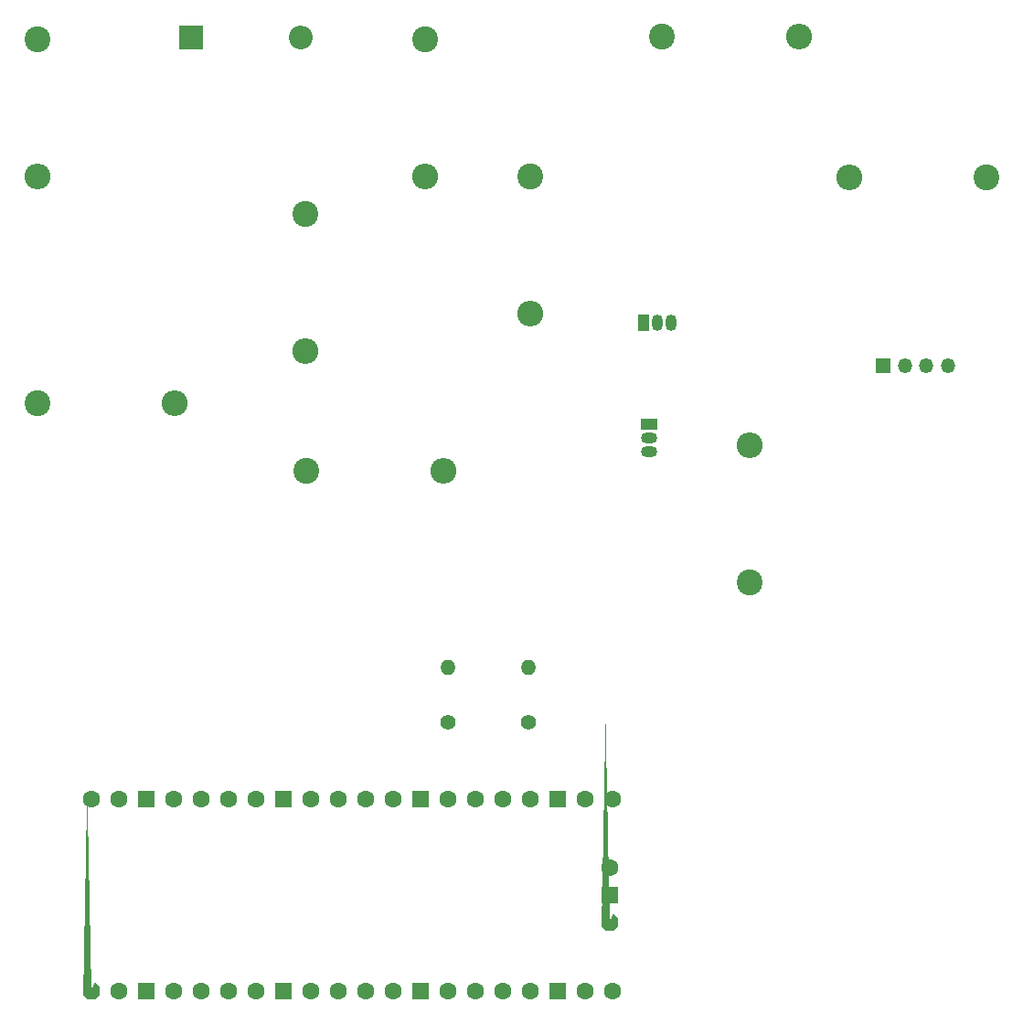
<source format=gbr>
%TF.GenerationSoftware,KiCad,Pcbnew,7.0.1*%
%TF.CreationDate,2023-06-06T10:46:51-05:00*%
%TF.ProjectId,simulacion_Carro,73696d75-6c61-4636-996f-6e5f43617272,rev?*%
%TF.SameCoordinates,Original*%
%TF.FileFunction,Copper,L2,Bot*%
%TF.FilePolarity,Positive*%
%FSLAX46Y46*%
G04 Gerber Fmt 4.6, Leading zero omitted, Abs format (unit mm)*
G04 Created by KiCad (PCBNEW 7.0.1) date 2023-06-06 10:46:51*
%MOMM*%
%LPD*%
G01*
G04 APERTURE LIST*
G04 Aperture macros list*
%AMRoundRect*
0 Rectangle with rounded corners*
0 $1 Rounding radius*
0 $2 $3 $4 $5 $6 $7 $8 $9 X,Y pos of 4 corners*
0 Add a 4 corners polygon primitive as box body*
4,1,4,$2,$3,$4,$5,$6,$7,$8,$9,$2,$3,0*
0 Add four circle primitives for the rounded corners*
1,1,$1+$1,$2,$3*
1,1,$1+$1,$4,$5*
1,1,$1+$1,$6,$7*
1,1,$1+$1,$8,$9*
0 Add four rect primitives between the rounded corners*
20,1,$1+$1,$2,$3,$4,$5,0*
20,1,$1+$1,$4,$5,$6,$7,0*
20,1,$1+$1,$6,$7,$8,$9,0*
20,1,$1+$1,$8,$9,$2,$3,0*%
%AMFreePoly0*
4,1,58,0.281242,0.792533,0.314585,0.788777,0.324216,0.782725,0.335306,0.780194,0.361541,0.759271,0.389950,0.741421,0.741421,0.389950,0.759271,0.361541,0.780194,0.335306,0.782725,0.324216,0.788777,0.314585,0.792533,0.281242,0.800000,0.248529,0.800000,-0.248529,0.792533,-0.281242,0.788777,-0.314585,0.782725,-0.324216,0.780194,-0.335306,0.759271,-0.361541,0.741421,-0.389950,
0.389950,-0.741421,0.361541,-0.759271,0.335306,-0.780194,0.324216,-0.782725,0.314585,-0.788777,0.281242,-0.792533,0.248529,-0.800000,0.000000,-0.800000,-0.248529,-0.800000,-0.281242,-0.792533,-0.314585,-0.788777,-0.324216,-0.782725,-0.335306,-0.780194,-0.361541,-0.759271,-0.389950,-0.741421,-0.741421,-0.389950,-0.759271,-0.361541,-0.780194,-0.335306,-0.782725,-0.324216,-0.788777,-0.314585,
-0.792533,-0.281242,-0.800000,-0.248529,-0.800000,0.248529,-0.792533,0.281242,-0.788777,0.314585,-0.782725,0.324216,-0.780194,0.335306,-0.759271,0.361541,-0.741421,0.389950,-0.389950,0.741421,-0.361541,0.759271,-0.335306,0.780194,-0.324216,0.782725,-0.314585,0.788777,-0.281242,0.792533,-0.248529,0.800000,0.248529,0.800000,0.281242,0.792533,0.281242,0.792533,$1*%
G04 Aperture macros list end*
%TA.AperFunction,ComponentPad*%
%ADD10C,1.400000*%
%TD*%
%TA.AperFunction,ComponentPad*%
%ADD11O,1.400000X1.400000*%
%TD*%
%TA.AperFunction,ComponentPad*%
%ADD12C,2.400000*%
%TD*%
%TA.AperFunction,ComponentPad*%
%ADD13O,2.400000X2.400000*%
%TD*%
%TA.AperFunction,ComponentPad*%
%ADD14R,1.350000X1.350000*%
%TD*%
%TA.AperFunction,ComponentPad*%
%ADD15O,1.350000X1.350000*%
%TD*%
%TA.AperFunction,ComponentPad*%
%ADD16R,2.200000X2.200000*%
%TD*%
%TA.AperFunction,ComponentPad*%
%ADD17O,2.200000X2.200000*%
%TD*%
%TA.AperFunction,ComponentPad*%
%ADD18R,1.050000X1.500000*%
%TD*%
%TA.AperFunction,ComponentPad*%
%ADD19O,1.050000X1.500000*%
%TD*%
%TA.AperFunction,ComponentPad*%
%ADD20R,1.500000X1.050000*%
%TD*%
%TA.AperFunction,ComponentPad*%
%ADD21O,1.500000X1.050000*%
%TD*%
%TA.AperFunction,ComponentPad*%
%ADD22C,1.600000*%
%TD*%
%TA.AperFunction,ComponentPad*%
%ADD23RoundRect,0.200000X0.600000X-0.600000X0.600000X0.600000X-0.600000X0.600000X-0.600000X-0.600000X0*%
%TD*%
%TA.AperFunction,ComponentPad*%
%ADD24FreePoly0,90.000000*%
%TD*%
%TA.AperFunction,Conductor*%
%ADD25C,0.600000*%
%TD*%
G04 APERTURE END LIST*
D10*
%TO.P,R11,1*%
%TO.N,Net-(A1-GPIO21)*%
X148056600Y-118287800D03*
D11*
%TO.P,R11,2*%
%TO.N,+5V*%
X148056600Y-113207800D03*
%TD*%
D10*
%TO.P,R10,1*%
%TO.N,Net-(A1-GPIO19)*%
X155524200Y-118287800D03*
D11*
%TO.P,R10,2*%
%TO.N,+5V*%
X155524200Y-113207800D03*
%TD*%
D12*
%TO.P,R4,1*%
%TO.N,pilot_in_carg*%
X167919400Y-54864000D03*
D13*
%TO.P,R4,2*%
%TO.N,Net-(Q2-C)*%
X180619400Y-54864000D03*
%TD*%
D12*
%TO.P,R6,1*%
%TO.N,Net-(R6-Pad1)*%
X135001000Y-95021400D03*
D13*
%TO.P,R6,2*%
%TO.N,Net-(Q3-C)*%
X147701000Y-95021400D03*
%TD*%
D14*
%TO.P,J1,1,Pin_1*%
%TO.N,GND*%
X188386200Y-85293200D03*
D15*
%TO.P,J1,2,Pin_2*%
%TO.N,+3.3V*%
X190386200Y-85293200D03*
%TO.P,J1,3,Pin_3*%
%TO.N,SDA*%
X192386200Y-85293200D03*
%TO.P,J1,4,Pin_4*%
%TO.N,CLK*%
X194386200Y-85293200D03*
%TD*%
D12*
%TO.P,R9,1*%
%TO.N,Net-(R2-Pad2)*%
X155702000Y-67767200D03*
D13*
%TO.P,R9,2*%
%TO.N,GND*%
X155702000Y-80467200D03*
%TD*%
D12*
%TO.P,R1,1*%
%TO.N,Net-(D1-K)*%
X110058200Y-55041800D03*
D13*
%TO.P,R1,2*%
%TO.N,/micro/pilot_micro*%
X110058200Y-67741800D03*
%TD*%
D16*
%TO.P,D1,1,K*%
%TO.N,Net-(D1-K)*%
X124333000Y-54914800D03*
D17*
%TO.P,D1,2,A*%
%TO.N,pilot_in_carg*%
X134493000Y-54914800D03*
%TD*%
D12*
%TO.P,R7,1*%
%TO.N,/micro/pilot_micro*%
X110109000Y-88747600D03*
D13*
%TO.P,R7,2*%
%TO.N,GND*%
X122809000Y-88747600D03*
%TD*%
D18*
%TO.P,Q2,1,E*%
%TO.N,GND*%
X166243000Y-81305400D03*
D19*
%TO.P,Q2,2,B*%
%TO.N,Net-(Q2-B)*%
X167513000Y-81305400D03*
%TO.P,Q2,3,C*%
%TO.N,Net-(Q2-C)*%
X168783000Y-81305400D03*
%TD*%
D12*
%TO.P,R8,1*%
%TO.N,pilot_in_carg*%
X134874000Y-71221600D03*
D13*
%TO.P,R8,2*%
%TO.N,Net-(R6-Pad1)*%
X134874000Y-83921600D03*
%TD*%
D12*
%TO.P,R3,1*%
%TO.N,/micro/pwm1*%
X197916800Y-67843400D03*
D13*
%TO.P,R3,2*%
%TO.N,Net-(Q2-B)*%
X185216800Y-67843400D03*
%TD*%
D12*
%TO.P,R5,1*%
%TO.N,/micro/pwm2*%
X175996600Y-105384600D03*
D13*
%TO.P,R5,2*%
%TO.N,Net-(Q3-B)*%
X175996600Y-92684600D03*
%TD*%
D20*
%TO.P,Q3,1,E*%
%TO.N,GND*%
X166674800Y-90754200D03*
D21*
%TO.P,Q3,2,B*%
%TO.N,Net-(Q3-B)*%
X166674800Y-92024200D03*
%TO.P,Q3,3,C*%
%TO.N,Net-(Q3-C)*%
X166674800Y-93294200D03*
%TD*%
D12*
%TO.P,R2,1*%
%TO.N,pilot_in_carg*%
X145973800Y-55041800D03*
D13*
%TO.P,R2,2*%
%TO.N,Net-(R2-Pad2)*%
X145973800Y-67741800D03*
%TD*%
D22*
%TO.P,A1,43,SWDIO*%
%TO.N,unconnected-(A1-SWDIO-Pad43)*%
X163092000Y-131775000D03*
D23*
%TO.P,A1,42,SWGND*%
%TO.N,GND*%
X163092000Y-134315000D03*
D24*
%TO.P,A1,41,SWCLK*%
%TO.N,unconnected-(A1-SWCLK-Pad41)*%
X163092000Y-136855000D03*
D22*
%TO.P,A1,40,VBUS*%
%TO.N,unconnected-(A1-VBUS-Pad40)*%
X115062000Y-125425000D03*
%TO.P,A1,39,VSYS*%
%TO.N,+5V*%
X117602000Y-125425000D03*
D23*
%TO.P,A1,38,GND*%
%TO.N,GND*%
X120142000Y-125425000D03*
D22*
%TO.P,A1,37,3V3_EN*%
%TO.N,unconnected-(A1-3V3_EN-Pad37)*%
X122682000Y-125425000D03*
%TO.P,A1,36,3V3*%
%TO.N,unconnected-(A1-3V3-Pad36)*%
X125222000Y-125425000D03*
%TO.P,A1,35,ADC_VREF*%
%TO.N,unconnected-(A1-ADC_VREF-Pad35)*%
X127762000Y-125425000D03*
%TO.P,A1,34,GPIO28_ADC2*%
%TO.N,unconnected-(A1-GPIO28_ADC2-Pad34)*%
X130302000Y-125425000D03*
D23*
%TO.P,A1,33,AGND*%
%TO.N,GND*%
X132842000Y-125425000D03*
D22*
%TO.P,A1,32,GPIO27_ADC1*%
%TO.N,/micro/pilot_micro*%
X135382000Y-125425000D03*
%TO.P,A1,31,GPIO26_ADC0*%
%TO.N,unconnected-(A1-GPIO26_ADC0-Pad31)*%
X137922000Y-125425000D03*
%TO.P,A1,30,RUN*%
%TO.N,unconnected-(A1-RUN-Pad30)*%
X140462000Y-125425000D03*
%TO.P,A1,29,GPIO22*%
%TO.N,unconnected-(A1-GPIO22-Pad29)*%
X143002000Y-125425000D03*
D23*
%TO.P,A1,28,GND*%
%TO.N,GND*%
X145542000Y-125425000D03*
D22*
%TO.P,A1,27,GPIO21*%
%TO.N,Net-(A1-GPIO21)*%
X148082000Y-125425000D03*
%TO.P,A1,26,GPIO20*%
%TO.N,unconnected-(A1-GPIO20-Pad26)*%
X150622000Y-125425000D03*
%TO.P,A1,25,GPIO19*%
%TO.N,Net-(A1-GPIO19)*%
X153162000Y-125425000D03*
%TO.P,A1,24,GPIO18*%
%TO.N,unconnected-(A1-GPIO18-Pad24)*%
X155702000Y-125425000D03*
D23*
%TO.P,A1,23,GND*%
%TO.N,GND*%
X158242000Y-125425000D03*
D22*
%TO.P,A1,22,GPIO17*%
%TO.N,unconnected-(A1-GPIO17-Pad22)*%
X160782000Y-125425000D03*
%TO.P,A1,21,GPIO16*%
%TO.N,unconnected-(A1-GPIO16-Pad21)*%
X163322000Y-125425000D03*
%TO.P,A1,20,GPIO15*%
%TO.N,/micro/pwm2*%
X163322000Y-143205000D03*
%TO.P,A1,19,GPIO14*%
%TO.N,/micro/pwm1*%
X160782000Y-143205000D03*
D23*
%TO.P,A1,18,GND*%
%TO.N,GND*%
X158242000Y-143205000D03*
D22*
%TO.P,A1,17,GPIO13*%
%TO.N,unconnected-(A1-GPIO13-Pad17)*%
X155702000Y-143205000D03*
%TO.P,A1,16,GPIO12*%
%TO.N,unconnected-(A1-GPIO12-Pad16)*%
X153162000Y-143205000D03*
%TO.P,A1,15,GPIO11*%
%TO.N,unconnected-(A1-GPIO11-Pad15)*%
X150622000Y-143205000D03*
%TO.P,A1,14,GPIO10*%
%TO.N,unconnected-(A1-GPIO10-Pad14)*%
X148082000Y-143205000D03*
D23*
%TO.P,A1,13,GND*%
%TO.N,GND*%
X145542000Y-143205000D03*
D22*
%TO.P,A1,12,GPIO9*%
%TO.N,unconnected-(A1-GPIO9-Pad12)*%
X143002000Y-143205000D03*
%TO.P,A1,11,GPIO8*%
%TO.N,unconnected-(A1-GPIO8-Pad11)*%
X140462000Y-143205000D03*
%TO.P,A1,10,GPIO7*%
%TO.N,unconnected-(A1-GPIO7-Pad10)*%
X137922000Y-143205000D03*
%TO.P,A1,9,GPIO6*%
%TO.N,unconnected-(A1-GPIO6-Pad9)*%
X135382000Y-143205000D03*
D23*
%TO.P,A1,8,GND*%
%TO.N,GND*%
X132842000Y-143205000D03*
D22*
%TO.P,A1,7,GPIO5*%
%TO.N,SCL*%
X130302000Y-143205000D03*
%TO.P,A1,6,GPIO4*%
%TO.N,SDA*%
X127762000Y-143205000D03*
%TO.P,A1,5,GPIO3*%
%TO.N,unconnected-(A1-GPIO3-Pad5)*%
X125222000Y-143205000D03*
%TO.P,A1,4,GPIO2*%
%TO.N,unconnected-(A1-GPIO2-Pad4)*%
X122682000Y-143205000D03*
D23*
%TO.P,A1,3,GND*%
%TO.N,GND*%
X120142000Y-143205000D03*
D22*
%TO.P,A1,2,GPIO1*%
%TO.N,unconnected-(A1-GPIO1-Pad2)*%
X117602000Y-143205000D03*
D24*
%TO.P,A1,1,GPIO0*%
%TO.N,unconnected-(A1-GPIO0-Pad1)*%
X115062000Y-143205000D03*
%TD*%
D25*
%TO.N,GND*%
X166243000Y-81305400D02*
X166243000Y-81530400D01*
%TD*%
M02*

</source>
